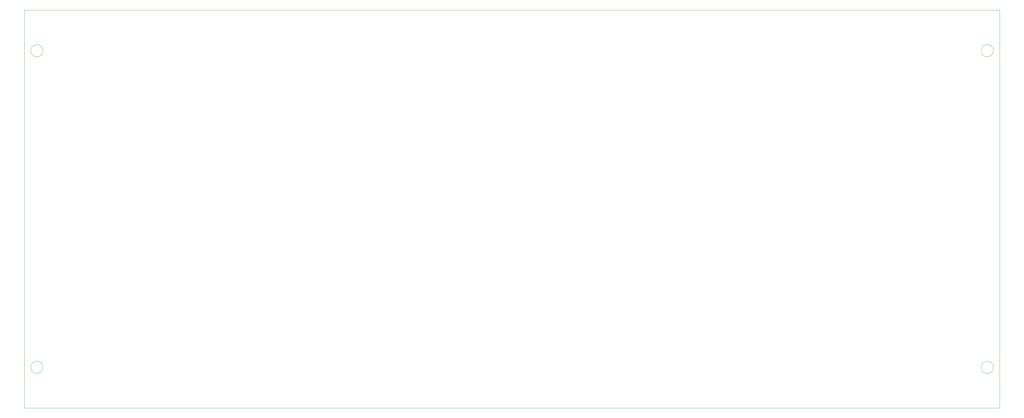
<source format=gbr>
%TF.GenerationSoftware,KiCad,Pcbnew,9.0.2*%
%TF.CreationDate,2025-07-01T18:23:22+02:00*%
%TF.ProjectId,lights,6c696768-7473-42e6-9b69-6361645f7063,rev?*%
%TF.SameCoordinates,Original*%
%TF.FileFunction,Profile,NP*%
%FSLAX46Y46*%
G04 Gerber Fmt 4.6, Leading zero omitted, Abs format (unit mm)*
G04 Created by KiCad (PCBNEW 9.0.2) date 2025-07-01 18:23:22*
%MOMM*%
%LPD*%
G01*
G04 APERTURE LIST*
%TA.AperFunction,Profile*%
%ADD10C,0.050000*%
%TD*%
G04 APERTURE END LIST*
D10*
X53474846Y-196525154D02*
G75*
G02*
X49425154Y-196525154I-2024846J0D01*
G01*
X49425154Y-196525154D02*
G75*
G02*
X53474846Y-196525154I2024846J0D01*
G01*
X47350000Y-78250000D02*
X369650000Y-78250000D01*
X369650000Y-210000000D01*
X47350000Y-210000000D01*
X47350000Y-78250000D01*
X367549692Y-196550000D02*
G75*
G02*
X363500000Y-196550000I-2024846J0D01*
G01*
X363500000Y-196550000D02*
G75*
G02*
X367549692Y-196550000I2024846J0D01*
G01*
X53474846Y-91774846D02*
G75*
G02*
X49425154Y-91774846I-2024846J0D01*
G01*
X49425154Y-91774846D02*
G75*
G02*
X53474846Y-91774846I2024846J0D01*
G01*
X367549692Y-91750000D02*
G75*
G02*
X363500000Y-91750000I-2024846J0D01*
G01*
X363500000Y-91750000D02*
G75*
G02*
X367549692Y-91750000I2024846J0D01*
G01*
M02*

</source>
